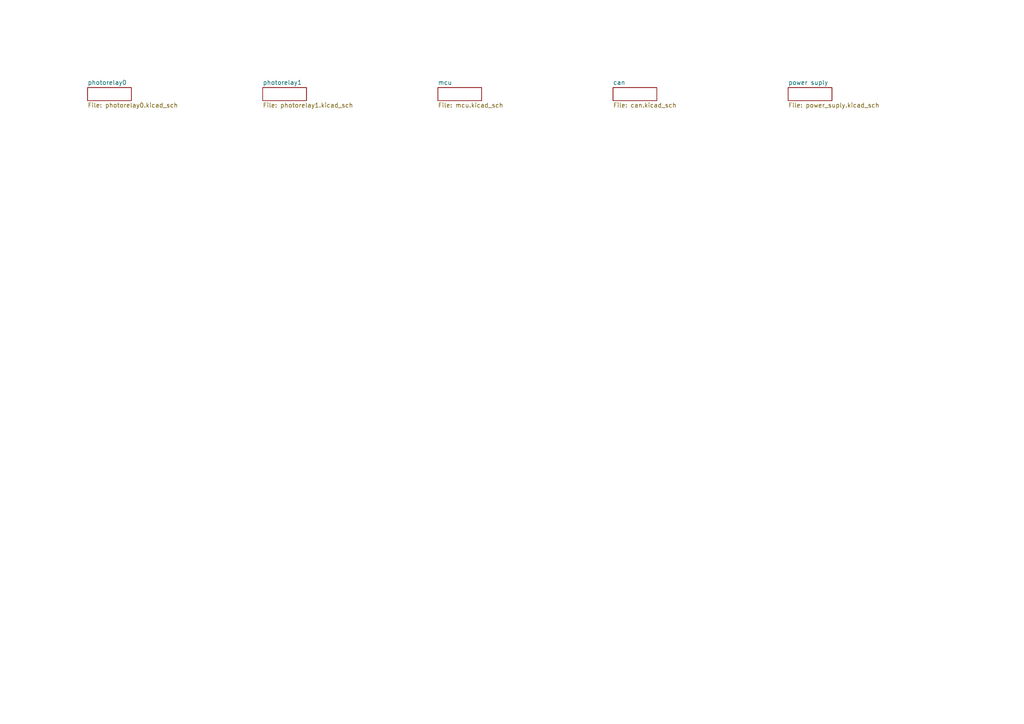
<source format=kicad_sch>
(kicad_sch
	(version 20231120)
	(generator "eeschema")
	(generator_version "8.0")
	(uuid "29c7d33b-6baf-4964-b4c3-d30ea314a192")
	(paper "A4")
	(lib_symbols)
	(sheet
		(at 228.6 25.4)
		(size 12.7 3.81)
		(fields_autoplaced yes)
		(stroke
			(width 0)
			(type solid)
		)
		(fill
			(color 0 0 0 0.0000)
		)
		(uuid "141c5d19-866d-42ac-b441-cc50461844ee")
		(property "Sheetname" "power suply"
			(at 228.6 24.6884 0)
			(effects
				(font
					(size 1.27 1.27)
				)
				(justify left bottom)
			)
		)
		(property "Sheetfile" "power_suply.kicad_sch"
			(at 228.6 29.7946 0)
			(effects
				(font
					(size 1.27 1.27)
				)
				(justify left top)
			)
		)
		(instances
			(project "solenoid valve2020"
				(path "/29c7d33b-6baf-4964-b4c3-d30ea314a192"
					(page "5")
				)
			)
		)
	)
	(sheet
		(at 76.2 25.4)
		(size 12.7 3.81)
		(fields_autoplaced yes)
		(stroke
			(width 0)
			(type solid)
		)
		(fill
			(color 0 0 0 0.0000)
		)
		(uuid "2421b786-0096-4ac0-902f-1c1d0c0b23ad")
		(property "Sheetname" "photorelay1"
			(at 76.2 24.6884 0)
			(effects
				(font
					(size 1.27 1.27)
				)
				(justify left bottom)
			)
		)
		(property "Sheetfile" "photorelay1.kicad_sch"
			(at 76.2 29.7946 0)
			(effects
				(font
					(size 1.27 1.27)
				)
				(justify left top)
			)
		)
		(instances
			(project "solenoid valve2020"
				(path "/29c7d33b-6baf-4964-b4c3-d30ea314a192"
					(page "2")
				)
			)
		)
	)
	(sheet
		(at 25.4 25.4)
		(size 12.7 3.81)
		(fields_autoplaced yes)
		(stroke
			(width 0)
			(type solid)
		)
		(fill
			(color 0 0 0 0.0000)
		)
		(uuid "7cb9b116-aee8-4d38-97ee-5600598ebd77")
		(property "Sheetname" "photorelay0"
			(at 25.4 24.6884 0)
			(effects
				(font
					(size 1.27 1.27)
				)
				(justify left bottom)
			)
		)
		(property "Sheetfile" "photorelay0.kicad_sch"
			(at 25.4 29.7946 0)
			(effects
				(font
					(size 1.27 1.27)
				)
				(justify left top)
			)
		)
		(instances
			(project "solenoid valve2020"
				(path "/29c7d33b-6baf-4964-b4c3-d30ea314a192"
					(page "1")
				)
			)
		)
	)
	(sheet
		(at 127 25.4)
		(size 12.7 3.81)
		(fields_autoplaced yes)
		(stroke
			(width 0)
			(type solid)
		)
		(fill
			(color 0 0 0 0.0000)
		)
		(uuid "8a4ff302-6dbc-41eb-9300-dae65d652b3d")
		(property "Sheetname" "mcu"
			(at 127 24.6884 0)
			(effects
				(font
					(size 1.27 1.27)
				)
				(justify left bottom)
			)
		)
		(property "Sheetfile" "mcu.kicad_sch"
			(at 127 29.7946 0)
			(effects
				(font
					(size 1.27 1.27)
				)
				(justify left top)
			)
		)
		(instances
			(project "solenoid valve2020"
				(path "/29c7d33b-6baf-4964-b4c3-d30ea314a192"
					(page "3")
				)
			)
		)
	)
	(sheet
		(at 177.8 25.4)
		(size 12.7 3.81)
		(fields_autoplaced yes)
		(stroke
			(width 0)
			(type solid)
		)
		(fill
			(color 0 0 0 0.0000)
		)
		(uuid "b5753ace-1ac0-4fb3-a3e5-922baee4a98b")
		(property "Sheetname" "can"
			(at 177.8 24.6884 0)
			(effects
				(font
					(size 1.27 1.27)
				)
				(justify left bottom)
			)
		)
		(property "Sheetfile" "can.kicad_sch"
			(at 177.8 29.7946 0)
			(effects
				(font
					(size 1.27 1.27)
				)
				(justify left top)
			)
		)
		(instances
			(project "solenoid valve2020"
				(path "/29c7d33b-6baf-4964-b4c3-d30ea314a192"
					(page "4")
				)
			)
		)
	)
	(sheet_instances
		(path "/"
			(page "1")
		)
	)
)

</source>
